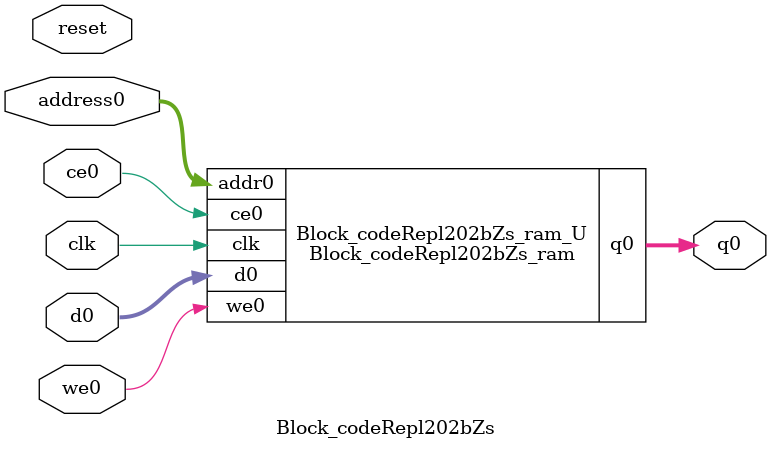
<source format=v>
`timescale 1 ns / 1 ps
module Block_codeRepl202bZs_ram (addr0, ce0, d0, we0, q0,  clk);

parameter DWIDTH = 5;
parameter AWIDTH = 6;
parameter MEM_SIZE = 42;

input[AWIDTH-1:0] addr0;
input ce0;
input[DWIDTH-1:0] d0;
input we0;
output reg[DWIDTH-1:0] q0;
input clk;

(* ram_style = "distributed" *)reg [DWIDTH-1:0] ram[0:MEM_SIZE-1];




always @(posedge clk)  
begin 
    if (ce0) begin
        if (we0) 
            ram[addr0] <= d0; 
        q0 <= ram[addr0];
    end
end


endmodule

`timescale 1 ns / 1 ps
module Block_codeRepl202bZs(
    reset,
    clk,
    address0,
    ce0,
    we0,
    d0,
    q0);

parameter DataWidth = 32'd5;
parameter AddressRange = 32'd42;
parameter AddressWidth = 32'd6;
input reset;
input clk;
input[AddressWidth - 1:0] address0;
input ce0;
input we0;
input[DataWidth - 1:0] d0;
output[DataWidth - 1:0] q0;



Block_codeRepl202bZs_ram Block_codeRepl202bZs_ram_U(
    .clk( clk ),
    .addr0( address0 ),
    .ce0( ce0 ),
    .we0( we0 ),
    .d0( d0 ),
    .q0( q0 ));

endmodule


</source>
